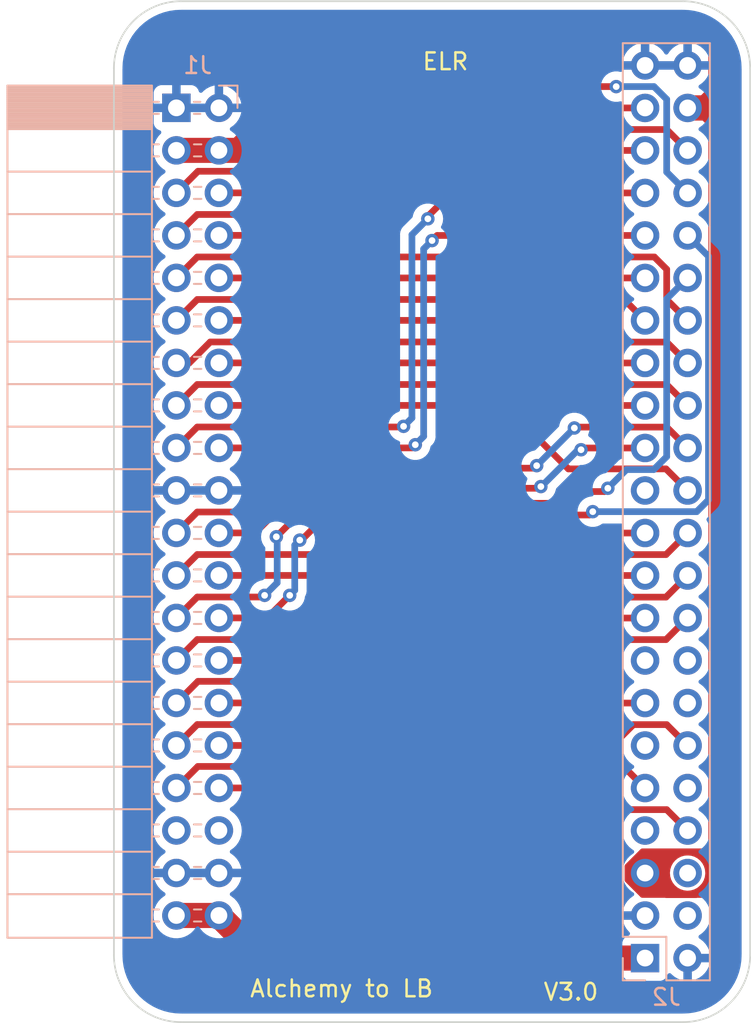
<source format=kicad_pcb>
(kicad_pcb (version 20211014) (generator pcbnew)
  (layers (0 "F.Cu" signal) (31 "B.Cu" signal) (34 "B.Paste" user) (35 "F.Paste" user) (36 "B.SilkS" user "B.Silkscreen") (37 "F.SilkS" user "F.Silkscreen") (38 "B.Mask" user) (39 "F.Mask" user) (44 "Edge.Cuts" user))
  (net 0 "")
  (net 1 "/I2C1_SDA")
  (net 2 "/I2C1_SCL")
  (net 3 "/I2C2_SDA")
  (net 4 "/I2C2_SCL")
  (net 5 "/ADC0")
  (net 6 "/ADC1")
  (net 7 "/ADC4")
  (net 8 "/ADC5")
  (net 9 "/ADC6")
  (net 10 "/ADC7")
  (net 11 "/ADC8")
  (net 12 "/ADC9")
  (net 13 "/GPIO0")
  (net 14 "/GPIO1")
  (net 15 "/GPIO2")
  (net 16 "/GPIO3")
  (net 26 "GND")
  (net 27 "+5V")
  (net 28 "/UART1_RX")
  (net 29 "/UART1_TX")
  (net 30 "/SPI1_MOSI")
  (net 31 "/SPI1_MISO")
  (net 32 "/SPI1_SCK")
  (net 33 "/SPI1_NCS")
  (net 34 "/SPI2_MOSI")
  (net 35 "/SPI2_MISO")
  (net 36 "/SPI2_SCK")
  (net 37 "/SPI2_NCS")
  (net 38 "/ADC2")
  (net 39 "/ADC3")
  (net 40 "/VM")
  (footprint "Connector_PinHeader_2.54mm:PinHeader_2x22_P2.54mm_Vertical" (layer "B.Cu") (at 163.725 126.175)
    (fp_text reference "J2" (at 1.27 2.33) (layer "B.SilkS") (effects (justify mirror)))
    (fp_text value "Conn_02x22_Odd_Even" hide)
    (fp_line (start 1.27 1.33) (end 3.87 1.33) (layer "B.SilkS") (width 0.12))
    (fp_line (start 1.27 -1.27) (end 1.27 1.33) (layer "B.SilkS") (width 0.12))
    (fp_line (start -1.33 -1.27) (end -1.33 -54.67) (layer "B.SilkS") (width 0.12))
    (fp_line (start -1.33 -1.27) (end 1.27 -1.27) (layer "B.SilkS") (width 0.12))
    (fp_line (start -1.33 1.33) (end 0 1.33) (layer "B.SilkS") (width 0.12))
    (fp_line (start 3.87 1.33) (end 3.87 -54.67) (layer "B.SilkS") (width 0.12))
    (fp_line (start -1.33 -54.67) (end 3.87 -54.67) (layer "B.SilkS") (width 0.12))
    (fp_line (start -1.33 0) (end -1.33 1.33) (layer "B.SilkS") (width 0.12))
    (pad "1" thru_hole rect locked (at 0 0) (size 1.7 1.7) (drill 1) (layers *.Cu *.Mask) (net 40 "/VM"))
    (pad "2" thru_hole oval locked (at 2.54 0) (size 1.7 1.7) (drill 1) (layers *.Cu *.Mask) (net 26 "GND"))
    (pad "3" thru_hole oval locked (at 0 -2.54) (size 1.7 1.7) (drill 1) (layers *.Cu *.Mask) (net 26 "GND"))
    (pad "4" thru_hole oval locked (at 2.54 -2.54) (size 1.7 1.7) (drill 1) (layers *.Cu *.Mask))
    (pad "5" thru_hole oval locked (at 0 -5.08) (size 1.7 1.7) (drill 1) (layers *.Cu *.Mask) (net 27 "+5V"))
    (pad "6" thru_hole oval locked (at 2.54 -5.08) (size 1.7 1.7) (drill 1) (layers *.Cu *.Mask))
    (pad "7" thru_hole oval locked (at 0 -7.62) (size 1.7 1.7) (drill 1) (layers *.Cu *.Mask))
    (pad "8" thru_hole oval locked (at 2.54 -7.62) (size 1.7 1.7) (drill 1) (layers *.Cu *.Mask) (net 16 "/GPIO3"))
    (pad "9" thru_hole oval locked (at 0 -10.16) (size 1.7 1.7) (drill 1) (layers *.Cu *.Mask) (net 15 "/GPIO2"))
    (pad "10" thru_hole oval locked (at 2.54 -10.16) (size 1.7 1.7) (drill 1) (layers *.Cu *.Mask))
    (pad "11" thru_hole oval locked (at 0 -12.7) (size 1.7 1.7) (drill 1) (layers *.Cu *.Mask))
    (pad "12" thru_hole oval locked (at 2.54 -12.7) (size 1.7 1.7) (drill 1) (layers *.Cu *.Mask) (net 14 "/GPIO1"))
    (pad "13" thru_hole oval locked (at 0 -15.24) (size 1.7 1.7) (drill 1) (layers *.Cu *.Mask) (net 13 "/GPIO0"))
    (pad "14" thru_hole oval locked (at 2.54 -15.24) (size 1.7 1.7) (drill 1) (layers *.Cu *.Mask))
    (pad "15" thru_hole oval locked (at 0 -17.78) (size 1.7 1.7) (drill 1) (layers *.Cu *.Mask))
    (pad "16" thru_hole oval locked (at 2.54 -17.78) (size 1.7 1.7) (drill 1) (layers *.Cu *.Mask))
    (pad "17" thru_hole oval locked (at 0 -20.32) (size 1.7 1.7) (drill 1) (layers *.Cu *.Mask) (net 11 "/ADC8"))
    (pad "18" thru_hole oval locked (at 2.54 -20.32) (size 1.7 1.7) (drill 1) (layers *.Cu *.Mask) (net 12 "/ADC9"))
    (pad "19" thru_hole oval locked (at 0 -22.86) (size 1.7 1.7) (drill 1) (layers *.Cu *.Mask) (net 9 "/ADC6"))
    (pad "20" thru_hole oval locked (at 2.54 -22.86) (size 1.7 1.7) (drill 1) (layers *.Cu *.Mask) (net 10 "/ADC7"))
    (pad "21" thru_hole oval locked (at 0 -25.4) (size 1.7 1.7) (drill 1) (layers *.Cu *.Mask) (net 38 "/ADC2"))
    (pad "22" thru_hole oval locked (at 2.54 -25.4) (size 1.7 1.7) (drill 1) (layers *.Cu *.Mask) (net 39 "/ADC3"))
    (pad "23" thru_hole oval locked (at 0 -27.94) (size 1.7 1.7) (drill 1) (layers *.Cu *.Mask))
    (pad "24" thru_hole oval locked (at 2.54 -27.94) (size 1.7 1.7) (drill 1) (layers *.Cu *.Mask) (net 37 "/SPI2_NCS"))
    (pad "25" thru_hole oval locked (at 0 -30.48) (size 1.7 1.7) (drill 1) (layers *.Cu *.Mask) (net 6 "/ADC1"))
    (pad "26" thru_hole oval locked (at 2.54 -30.48) (size 1.7 1.7) (drill 1) (layers *.Cu *.Mask) (net 5 "/ADC0"))
    (pad "27" thru_hole oval locked (at 0 -33.02) (size 1.7 1.7) (drill 1) (layers *.Cu *.Mask) (net 36 "/SPI2_SCK"))
    (pad "28" thru_hole oval locked (at 2.54 -33.02) (size 1.7 1.7) (drill 1) (layers *.Cu *.Mask) (net 35 "/SPI2_MISO"))
    (pad "29" thru_hole oval locked (at 0 -35.56) (size 1.7 1.7) (drill 1) (layers *.Cu *.Mask) (net 34 "/SPI2_MOSI"))
    (pad "30" thru_hole oval locked (at 2.54 -35.56) (size 1.7 1.7) (drill 1) (layers *.Cu *.Mask) (net 33 "/SPI1_NCS"))
    (pad "31" thru_hole oval locked (at 0 -38.1) (size 1.7 1.7) (drill 1) (layers *.Cu *.Mask) (net 32 "/SPI1_SCK"))
    (pad "32" thru_hole oval locked (at 2.54 -38.1) (size 1.7 1.7) (drill 1) (layers *.Cu *.Mask) (net 30 "/SPI1_MOSI"))
    (pad "33" thru_hole oval locked (at 0 -40.64) (size 1.7 1.7) (drill 1) (layers *.Cu *.Mask) (net 31 "/SPI1_MISO"))
    (pad "34" thru_hole oval locked (at 2.54 -40.64) (size 1.7 1.7) (drill 1) (layers *.Cu *.Mask) (net 7 "/ADC4"))
    (pad "35" thru_hole oval locked (at 0 -43.18) (size 1.7 1.7) (drill 1) (layers *.Cu *.Mask) (net 4 "/I2C2_SCL"))
    (pad "36" thru_hole oval locked (at 2.54 -43.18) (size 1.7 1.7) (drill 1) (layers *.Cu *.Mask) (net 8 "/ADC5"))
    (pad "37" thru_hole oval locked (at 0 -45.72) (size 1.7 1.7) (drill 1) (layers *.Cu *.Mask) (net 3 "/I2C2_SDA"))
    (pad "38" thru_hole oval locked (at 2.54 -45.72) (size 1.7 1.7) (drill 1) (layers *.Cu *.Mask) (net 1 "/I2C1_SDA"))
    (pad "39" thru_hole oval locked (at 0 -48.26) (size 1.7 1.7) (drill 1) (layers *.Cu *.Mask) (net 29 "/UART1_TX"))
    (pad "40" thru_hole oval locked (at 2.54 -48.26) (size 1.7 1.7) (drill 1) (layers *.Cu *.Mask) (net 28 "/UART1_RX"))
    (pad "41" thru_hole oval locked (at 0 -50.8) (size 1.7 1.7) (drill 1) (layers *.Cu *.Mask) (net 2 "/I2C1_SCL"))
    (pad "42" thru_hole oval locked (at 2.54 -50.8) (size 1.7 1.7) (drill 1) (layers *.Cu *.Mask) (net 27 "+5V"))
    (pad "43" thru_hole oval locked (at 0 -53.34) (size 1.7 1.7) (drill 1) (layers *.Cu *.Mask) (net 26 "GND"))
    (pad "44" thru_hole oval locked (at 2.54 -53.34) (size 1.7 1.7) (drill 1) (layers *.Cu *.Mask) (net 26 "GND"))
  )
  (footprint "pmod-conn_6x2:con_Alchemy_mirrored" (layer "B.Cu") (at 137 99.5 180)
    (fp_text reference "J1" (at 0 26.67 unlocked) (layer "B.SilkS") (effects (justify mirror)))
    (fp_text value "Conn_02x20_Odd_Even" hide)
    (fp_line (start 11.36 22.86) (end 2.73 22.86) (layer "B.SilkS") (width 0.12))
    (fp_line (start 2.73 -24.49) (end 2.32 -24.49) (layer "B.SilkS") (width 0.12))
    (fp_line (start 0.22 -13.61) (end -0.22 -13.61) (layer "B.SilkS") (width 0.12))
    (fp_line (start 11.36 10.16) (end 2.73 10.16) (layer "B.SilkS") (width 0.12))
    (fp_line (start 2.73 -16.87) (end 2.32 -16.87) (layer "B.SilkS") (width 0.12))
    (fp_line (start 0.22 1.63) (end -0.22 1.63) (layer "B.SilkS") (width 0.12))
    (fp_line (start 0.22 3.45) (end -0.22 3.45) (layer "B.SilkS") (width 0.12))
    (fp_line (start 11.36 24.277145) (end 2.73 24.277145) (layer "B.SilkS") (width 0.12))
    (fp_line (start 2.73 19.41) (end 2.32 19.41) (layer "B.SilkS") (width 0.12))
    (fp_line (start 0.22 21.95) (end -0.22 21.95) (layer "B.SilkS") (width 0.12))
    (fp_line (start 11.36 25.221905) (end 2.73 25.221905) (layer "B.SilkS") (width 0.12))
    (fp_line (start 2.73 -1.63) (end 2.32 -1.63) (layer "B.SilkS") (width 0.12))
    (fp_line (start 2.73 -4.17) (end 2.32 -4.17) (layer "B.SilkS") (width 0.12))
    (fp_line (start 2.73 -23.77) (end 2.32 -23.77) (layer "B.SilkS") (width 0.12))
    (fp_line (start 0.22 -21.95) (end -0.22 -21.95) (layer "B.SilkS") (width 0.12))
    (fp_line (start 0.22 -11.07) (end -0.22 -11.07) (layer "B.SilkS") (width 0.12))
    (fp_line (start 11.36 23.92286) (end 2.73 23.92286) (layer "B.SilkS") (width 0.12))
    (fp_line (start 2.73 25.46) (end 2.73 -25.46) (layer "B.SilkS") (width 0.12))
    (fp_line (start 0.22 18.69) (end -0.22 18.69) (layer "B.SilkS") (width 0.12))
    (fp_line (start 0.22 -21.23) (end -0.22 -21.23) (layer "B.SilkS") (width 0.12))
    (fp_line (start 11.36 2.54) (end 2.73 2.54) (layer "B.SilkS") (width 0.12))
    (fp_line (start 0.22 0.91) (end -0.22 0.91) (layer "B.SilkS") (width 0.12))
    (fp_line (start 2.73 23.77) (end 2.32 23.77) (layer "B.SilkS") (width 0.12))
    (fp_line (start -2.38 25.46) (end -2.38 24.13) (layer "B.SilkS") (width 0.12))
    (fp_line (start 11.36 15.24) (end 2.73 15.24) (layer "B.SilkS") (width 0.12))
    (fp_line (start 2.73 -11.07) (end 2.32 -11.07) (layer "B.SilkS") (width 0.12))
    (fp_line (start 2.73 -16.15) (end 2.32 -16.15) (layer "B.SilkS") (width 0.12))
    (fp_line (start 2.73 4.17) (end 2.32 4.17) (layer "B.SilkS") (width 0.12))
    (fp_line (start 2.73 16.87) (end 2.32 16.87) (layer "B.SilkS") (width 0.12))
    (fp_line (start 11.36 -12.7) (end 2.73 -12.7) (layer "B.SilkS") (width 0.12))
    (fp_line (start 11.36 -7.62) (end 2.73 -7.62) (layer "B.SilkS") (width 0.12))
    (fp_line (start 11.36 24.15905) (end 2.73 24.15905) (layer "B.SilkS") (width 0.12))
    (fp_line (start 0.22 -8.53) (end -0.22 -8.53) (layer "B.SilkS") (width 0.12))
    (fp_line (start 2.73 13.61) (end 2.32 13.61) (layer "B.SilkS") (width 0.12))
    (fp_line (start 11.36 25.46) (end 2.73 25.46) (layer "B.SilkS") (width 0.12))
    (fp_line (start 0.22 -5.99) (end -0.22 -5.99) (layer "B.SilkS") (width 0.12))
    (fp_line (start 2.73 -18.69) (end 2.32 -18.69) (layer "B.SilkS") (width 0.12))
    (fp_line (start 2.73 -8.53) (end 2.32 -8.53) (layer "B.SilkS") (width 0.12))
    (fp_line (start 0.22 -16.15) (end -0.22 -16.15) (layer "B.SilkS") (width 0.12))
    (fp_line (start 2.73 -6.71) (end 2.32 -6.71) (layer "B.SilkS") (width 0.12))
    (fp_line (start 11.36 24.86762) (end 2.73 24.86762) (layer "B.SilkS") (width 0.12))
    (fp_line (start 2.73 16.15) (end 2.32 16.15) (layer "B.SilkS") (width 0.12))
    (fp_line (start 0.22 14.33) (end -0.22 14.33) (layer "B.SilkS") (width 0.12))
    (fp_line (start 11.36 22.9781) (end 2.73 22.9781) (layer "B.SilkS") (width 0.12))
    (fp_line (start 2.73 9.25) (end 2.32 9.25) (layer "B.SilkS") (width 0.12))
    (fp_line (start 11.36 -17.78) (end 2.73 -17.78) (layer "B.SilkS") (width 0.12))
    (fp_line (start 11.36 23.096195) (end 2.73 23.096195) (layer "B.SilkS") (width 0.12))
    (fp_line (start 2.73 -14.33) (end 2.32 -14.33) (layer "B.SilkS") (width 0.12))
    (fp_line (start -1.27 25.46) (end -2.38 25.46) (layer "B.SilkS") (width 0.12))
    (fp_line (start 2.73 -0.91) (end 2.32 -0.91) (layer "B.SilkS") (width 0.12))
    (fp_line (start 2.73 -5.99) (end 2.32 -5.99) (layer "B.SilkS") (width 0.12))
    (fp_line (start 0.22 -19.41) (end -0.22 -19.41) (layer "B.SilkS") (width 0.12))
    (fp_line (start 2.73 18.69) (end 2.32 18.69) (layer "B.SilkS") (width 0.12))
    (fp_line (start 0.22 16.15) (end -0.22 16.15) (layer "B.SilkS") (width 0.12))
    (fp_line (start 11.36 23.332385) (end 2.73 23.332385) (layer "B.SilkS") (width 0.12))
    (fp_line (start 11.36 -22.86) (end 2.73 -22.86) (layer "B.SilkS") (width 0.12))
    (fp_line (start 2.73 5.99) (end 2.32 5.99) (layer "B.SilkS") (width 0.12))
    (fp_line (start 11.36 5.08) (end 2.73 5.08) (layer "B.SilkS") (width 0.12))
    (fp_line (start 2.73 -19.41) (end 2.32 -19.41) (layer "B.SilkS") (width 0.12))
    (fp_line (start 2.73 -11.79) (end 2.32 -11.79) (layer "B.SilkS") (width 0.12))
    (fp_line (start 0.22 -16.87) (end -0.22 -16.87) (layer "B.SilkS") (width 0.12))
    (fp_line (start 11.36 24.63143) (end 2.73 24.63143) (layer "B.SilkS") (width 0.12))
    (fp_line (start 11.36 -15.24) (end 2.73 -15.24) (layer "B.SilkS") (width 0.12))
    (fp_line (start 2.73 14.33) (end 2.32 14.33) (layer "B.SilkS") (width 0.12))
    (fp_line (start 2.73 21.23) (end 2.32 21.23) (layer "B.SilkS") (width 0.12))
    (fp_line (start 2.73 -9.25) (end 2.32 -9.25) (layer "B.SilkS") (width 0.12))
    (fp_line (start 0.22 4.17) (end -0.22 4.17) (layer "B.SilkS") (width 0.12))
    (fp_line (start 0.22 11.07) (end -0.22 11.07) (layer "B.SilkS") (width 0.12))
    (fp_line (start 11.36 7.62) (end 2.73 7.62) (layer "B.SilkS") (width 0.12))
    (fp_line (start 0.22 24.49) (end -0.16 24.49) (layer "B.SilkS") (width 0.12))
    (fp_line (start 0.22 9.25) (end -0.22 9.25) (layer "B.SilkS") (width 0.12))
    (fp_line (start 11.36 -5.08) (end 2.73 -5.08) (layer "B.SilkS") (width 0.12))
    (fp_line (start 11.36 12.7) (end 2.73 12.7) (layer "B.SilkS") (width 0.12))
    (fp_line (start 0.22 23.77) (end -0.16 23.77) (layer "B.SilkS") (width 0.12))
    (fp_line (start 11.36 17.78) (end 2.73 17.78) (layer "B.SilkS") (width 0.12))
    (fp_line (start 2.73 21.95) (end 2.32 21.95) (layer "B.SilkS") (width 0.12))
    (fp_line (start 11.36 25.46) (end 11.36 -25.46) (layer "B.SilkS") (width 0.12))
    (fp_line (start 11.36 -25.46) (end 2.73 -25.46) (layer "B.SilkS") (width 0.12))
    (fp_line (start 11.36 -10.16) (end 2.73 -10.16) (layer "B.SilkS") (width 0.12))
    (fp_line (start 11.36 25.10381) (end 2.73 25.10381) (layer "B.SilkS") (width 0.12))
    (fp_line (start 0.22 16.87) (end -0.22 16.87) (layer "B.SilkS") (width 0.12))
    (fp_line (start 2.73 0.91) (end 2.32 0.91) (layer "B.SilkS") (width 0.12))
    (fp_line (start 0.22 -6.71) (end -0.22 -6.71) (layer "B.SilkS") (width 0.12))
    (fp_line (start 0.22 5.99) (end -0.22 5.99) (layer "B.SilkS") (width 0.12))
    (fp_line (start 11.36 23.568575) (end 2.73 23.568575) (layer "B.SilkS") (width 0.12))
    (fp_line (start 11.36 -2.54) (end 2.73 -2.54) (layer "B.SilkS") (width 0.12))
    (fp_line (start 2.73 -13.61) (end 2.32 -13.61) (layer "B.SilkS") (width 0.12))
    (fp_line (start 0.22 21.23) (end -0.22 21.23) (layer "B.SilkS") (width 0.12))
    (fp_line (start 11.36 24.985715) (end 2.73 24.985715) (layer "B.SilkS") (width 0.12))
    (fp_line (start 11.36 0) (end 2.73 0) (layer "B.SilkS") (width 0.12))
    (fp_line (start 2.73 8.53) (end 2.32 8.53) (layer "B.SilkS") (width 0.12))
    (fp_line (start 11.36 23.21429) (end 2.73 23.21429) (layer "B.SilkS") (width 0.12))
    (fp_line (start 11.36 24.749525) (end 2.73 24.749525) (layer "B.SilkS") (width 0.12))
    (fp_line (start 2.73 1.63) (end 2.32 1.63) (layer "B.SilkS") (width 0.12))
    (fp_line (start 11.36 23.804765) (end 2.73 23.804765) (layer "B.SilkS") (width 0.12))
    (fp_line (start 11.36 24.513335) (end 2.73 24.513335) (layer "B.SilkS") (width 0.12))
    (fp_line (start 0.22 11.79) (end -0.22 11.79) (layer "B.SilkS") (width 0.12))
    (fp_line (start 2.73 3.45) (end 2.32 3.45) (layer "B.SilkS") (width 0.12))
    (fp_line (start 2.73 -21.95) (end 2.32 -21.95) (layer "B.SilkS") (width 0.12))
    (fp_line (start 0.22 -0.91) (end -0.22 -0.91) (layer "B.SilkS") (width 0.12))
    (fp_line (start 11.36 -20.32) (end 2.73 -20.32) (layer "B.SilkS") (width 0.12))
    (fp_line (start 0.22 -4.17) (end -0.22 -4.17) (layer "B.SilkS") (width 0.12))
    (fp_line (start 2.73 -21.23) (end 2.32 -21.23) (layer "B.SilkS") (width 0.12))
    (fp_line (start 0.22 19.41) (end -0.22 19.41) (layer "B.SilkS") (width 0.12))
    (fp_line (start 0.22 -3.45) (end -0.22 -3.45) (layer "B.SilkS") (width 0.12))
    (fp_line (start 11.36 23.68667) (end 2.73 23.68667) (layer "B.SilkS") (width 0.12))
    (fp_line (start 0.22 -1.63) (end -0.22 -1.63) (layer "B.SilkS") (width 0.12))
    (fp_line (start 2.73 6.71) (end 2.32 6.71) (layer "B.SilkS") (width 0.12))
    (fp_line (start 11.36 24.040955) (end 2.73 24.040955) (layer "B.SilkS") (width 0.12))
    (fp_line (start 0.22 8.53) (end -0.22 8.53) (layer "B.SilkS") (width 0.12))
    (fp_line (start 2.73 -3.45) (end 2.32 -3.45) (layer "B.SilkS") (width 0.12))
    (fp_line (start 0.22 -18.69) (end -0.22 -18.69) (layer "B.SilkS") (width 0.12))
    (fp_line (start 0.22 -9.25) (end -0.22 -9.25) (layer "B.SilkS") (width 0.12))
    (fp_line (start 11.36 25.34) (end 2.73 25.34) (layer "B.SilkS") (width 0.12))
    (fp_line (start 0.22 -14.33) (end -0.22 -14.33) (layer "B.SilkS") (width 0.12))
    (fp_line (start 2.73 11.07) (end 2.32 11.07) (layer "B.SilkS") (width 0.12))
    (fp_line (start 0.22 -23.77) (end -0.22 -23.77) (layer "B.SilkS") (width 0.12))
    (fp_line (start 2.73 24.49) (end 2.32 24.49) (layer "B.SilkS") (width 0.12))
    (fp_line (start 0.22 13.61) (end -0.22 13.61) (layer "B.SilkS") (width 0.12))
    (fp_line (start 11.36 24.39524) (end 2.73 24.39524) (layer "B.SilkS") (width 0.12))
    (fp_line (start 0.22 6.71) (end -0.22 6.71) (layer "B.SilkS") (width 0.12))
    (fp_line (start 0.22 -24.49) (end -0.22 -24.49) (layer "B.SilkS") (width 0.12))
    (fp_line (start 2.73 11.79) (end 2.32 11.79) (layer "B.SilkS") (width 0.12))
    (fp_line (start 11.36 20.32) (end 2.73 20.32) (layer "B.SilkS") (width 0.12))
    (fp_line (start 0.22 -11.79) (end -0.22 -11.79) (layer "B.SilkS") (width 0.12))
    (fp_line (start 11.36 23.45048) (end 2.73 23.45048) (layer "B.SilkS") (width 0.12))
    (pad "1" thru_hole rect locked (at 1.27 24.13 180) (size 1.7 1.7) (drill 1) (layers *.Cu *.Mask) (net 26 "GND"))
    (pad "2" thru_hole oval locked (at -1.27 24.13 180) (size 1.7 1.7) (drill 1) (layers *.Cu *.Mask) (net 26 "GND"))
    (pad "3" thru_hole oval locked (at 1.27 21.59 180) (size 1.7 1.7) (drill 1) (layers *.Cu *.Mask) (net 27 "+5V"))
    (pad "4" thru_hole oval locked (at -1.27 21.59 180) (size 1.7 1.7) (drill 1) (layers *.Cu *.Mask) (net 27 "+5V"))
    (pad "5" thru_hole oval locked (at 1.27 19.05 180) (size 1.7 1.7) (drill 1) (layers *.Cu *.Mask) (net 1 "/I2C1_SDA"))
    (pad "6" thru_hole oval locked (at -1.27 19.05 180) (size 1.7 1.7) (drill 1) (layers *.Cu *.Mask) (net 2 "/I2C1_SCL"))
    (pad "7" thru_hole oval locked (at 1.27 16.51 180) (size 1.7 1.7) (drill 1) (layers *.Cu *.Mask) (net 28 "/UART1_RX"))
    (pad "8" thru_hole oval locked (at -1.27 16.51 180) (size 1.7 1.7) (drill 1) (layers *.Cu *.Mask) (net 29 "/UART1_TX"))
    (pad "9" thru_hole oval locked (at 1.27 13.97 180) (size 1.7 1.7) (drill 1) (layers *.Cu *.Mask) (net 30 "/SPI1_MOSI"))
    (pad "10" thru_hole oval locked (at -1.27 13.97 180) (size 1.7 1.7) (drill 1) (layers *.Cu *.Mask) (net 31 "/SPI1_MISO"))
    (pad "11" thru_hole oval locked (at 1.27 11.43 180) (size 1.7 1.7) (drill 1) (layers *.Cu *.Mask) (net 32 "/SPI1_SCK"))
    (pad "12" thru_hole oval locked (at -1.27 11.43 180) (size 1.7 1.7) (drill 1) (layers *.Cu *.Mask) (net 33 "/SPI1_NCS"))
    (pad "13" thru_hole oval locked (at 1.27 8.89 180) (size 1.7 1.7) (drill 1) (layers *.Cu *.Mask) (net 34 "/SPI2_MOSI"))
    (pad "14" thru_hole oval locked (at -1.27 8.89 180) (size 1.7 1.7) (drill 1) (layers *.Cu *.Mask) (net 35 "/SPI2_MISO"))
    (pad "15" thru_hole oval locked (at 1.27 6.35 180) (size 1.7 1.7) (drill 1) (layers *.Cu *.Mask) (net 36 "/SPI2_SCK"))
    (pad "16" thru_hole oval locked (at -1.27 6.35 180) (size 1.7 1.7) (drill 1) (layers *.Cu *.Mask) (net 37 "/SPI2_NCS"))
    (pad "17" thru_hole oval locked (at 1.27 3.81 180) (size 1.7 1.7) (drill 1) (layers *.Cu *.Mask) (net 3 "/I2C2_SDA"))
    (pad "18" thru_hole oval locked (at -1.27 3.81 180) (size 1.7 1.7) (drill 1) (layers *.Cu *.Mask) (net 4 "/I2C2_SCL"))
    (pad "19" thru_hole oval locked (at 1.27 1.27 180) (size 1.7 1.7) (drill 1) (layers *.Cu *.Mask) (net 26 "GND"))
    (pad "20" thru_hole oval locked (at -1.27 1.27 180) (size 1.7 1.7) (drill 1) (layers *.Cu *.Mask) (net 26 "GND"))
    (pad "21" thru_hole oval locked (at 1.27 -1.27 180) (size 1.7 1.7) (drill 1) (layers *.Cu *.Mask) (net 5 "/ADC0"))
    (pad "22" thru_hole oval locked (at -1.27 -1.27 180) (size 1.7 1.7) (drill 1) (layers *.Cu *.Mask) (net 6 "/ADC1"))
    (pad "23" thru_hole oval locked (at 1.27 -3.81 180) (size 1.7 1.7) (drill 1) (layers *.Cu *.Mask) (net 38 "/ADC2"))
    (pad "24" thru_hole oval locked (at -1.27 -3.81 180) (size 1.7 1.7) (drill 1) (layers *.Cu *.Mask) (net 39 "/ADC3"))
    (pad "25" thru_hole oval locked (at 1.27 -6.35 180) (size 1.7 1.7) (drill 1) (layers *.Cu *.Mask) (net 7 "/ADC4"))
    (pad "26" thru_hole oval locked (at -1.27 -6.35 180) (size 1.7 1.7) (drill 1) (layers *.Cu *.Mask) (net 8 "/ADC5"))
    (pad "27" thru_hole oval locked (at 1.27 -8.89 180) (size 1.7 1.7) (drill 1) (layers *.Cu *.Mask) (net 9 "/ADC6"))
    (pad "28" thru_hole oval locked (at -1.27 -8.89 180) (size 1.7 1.7) (drill 1) (layers *.Cu *.Mask) (net 10 "/ADC7"))
    (pad "29" thru_hole oval locked (at 1.27 -11.43 180) (size 1.7 1.7) (drill 1) (layers *.Cu *.Mask) (net 11 "/ADC8"))
    (pad "30" thru_hole oval locked (at -1.27 -11.43 180) (size 1.7 1.7) (drill 1) (layers *.Cu *.Mask) (net 12 "/ADC9"))
    (pad "31" thru_hole oval locked (at 1.27 -13.97 180) (size 1.7 1.7) (drill 1) (layers *.Cu *.Mask) (net 13 "/GPIO0"))
    (pad "32" thru_hole oval locked (at -1.27 -13.97 180) (size 1.7 1.7) (drill 1) (layers *.Cu *.Mask) (net 14 "/GPIO1"))
    (pad "33" thru_hole oval locked (at 1.27 -16.51 180) (size 1.7 1.7) (drill 1) (layers *.Cu *.Mask) (net 15 "/GPIO2"))
    (pad "34" thru_hole oval locked (at -1.27 -16.51 180) (size 1.7 1.7) (drill 1) (layers *.Cu *.Mask) (net 16 "/GPIO3"))
    (pad "35" thru_hole oval locked (at 1.27 -19.05 180) (size 1.7 1.7) (drill 1) (layers *.Cu *.Mask))
    (pad "36" thru_hole oval locked (at -1.27 -19.05 180) (size 1.7 1.7) (drill 1) (layers *.Cu *.Mask))
    (pad "37" thru_hole oval locked (at 1.27 -21.59 180) (size 1.7 1.7) (drill 1) (layers *.Cu *.Mask) (net 26 "GND"))
    (pad "38" thru_hole oval locked (at -1.27 -21.59 180) (size 1.7 1.7) (drill 1) (layers *.Cu *.Mask) (net 26 "GND"))
    (pad "39" thru_hole oval locked (at 1.27 -24.13 180) (size 1.7 1.7) (drill 1) (layers *.Cu *.Mask) (net 40 "/VM"))
    (pad "40" thru_hole oval locked (at -1.27 -24.13 180) (size 1.7 1.7) (drill 1) (layers *.Cu *.Mask) (net 40 "/VM"))
  )
  (gr_arc locked (start 170 126) (mid 168.828427 128.828427) (end 166 130) (layer "Edge.Cuts") (width 0.1))
  (gr_arc locked (start 132 73) (mid 133.171573 70.171573) (end 136 69) (layer "Edge.Cuts") (width 0.1))
  (gr_line locked (start 170 73) (end 170 126) (layer "Edge.Cuts") (width 0.1))
  (gr_line locked (start 136 69) (end 166 69) (layer "Edge.Cuts") (width 0.1))
  (gr_line locked (start 136 130) (end 166 130) (layer "Edge.Cuts") (width 0.1))
  (gr_line locked (start 132 73) (end 132 126) (layer "Edge.Cuts") (width 0.1))
  (gr_arc locked (start 136 130) (mid 133.171573 128.828427) (end 132 126) (layer "Edge.Cuts") (width 0.1))
  (gr_arc locked (start 166 69) (mid 168.828427 70.171573) (end 170 73) (layer "Edge.Cuts") (width 0.1))
  (gr_text "ELR" (at 151.8 72.6) (layer "F.SilkS") (effects (font (size 1 1))))
  (gr_text "V3.0" (at 159.3 128.2) (layer "F.SilkS") (effects (font (size 1 1))))
  (gr_text "Alchemy to LB" (at 145.6 128) (layer "F.SilkS") (effects (font (size 1 1))))
  (segment (start 146.740489 79.159511) (end 151.8 74.1) (width 0.4) (layer "F.Cu") (net 1))
  (segment (start 162 74.1) (end 151.8 74.1) (width 0.4) (layer "F.Cu") (net 1))
  (segment (start 135.73 80.45) (end 137.020489 79.159511) (width 0.4) (layer "F.Cu") (net 1))
  (segment (start 137.020489 79.159511) (end 146.740489 79.159511) (width 0.4) (layer "F.Cu") (net 1))
  (via (at 162 74.1) (size 0.8) (drill 0.4) (layers "F.Cu" "B.Cu") (net 1))
  (segment (start 165.015489 74.857435) (end 164.258054 74.1) (width 0.4) (layer "B.Cu") (net 1))
  (segment (start 165.015489 79.205489) (end 165.015489 74.857435) (width 0.4) (layer "B.Cu") (net 1))
  (segment (start 166.265 80.455) (end 165.015489 79.205489) (width 0.4) (layer "B.Cu") (net 1))
  (segment (start 164.258054 74.1) (end 162 74.1) (width 0.4) (layer "B.Cu") (net 1))
  (segment (start 152.325 75.375) (end 163.725 75.375) (width 0.4) (layer "F.Cu") (net 2))
  (segment (start 147.25 80.45) (end 152.325 75.375) (width 0.4) (layer "F.Cu") (net 2))
  (segment (start 138.27 80.45) (end 147.25 80.45) (width 0.4) (layer "F.Cu") (net 2))
  (segment (start 152.145 80.455) (end 163.725 80.455) (width 0.4) (layer "F.Cu") (net 3))
  (segment (start 150.75 82) (end 150.75 81.85) (width 0.4) (layer "F.Cu") (net 3))
  (segment (start 150.75 81.85) (end 152.145 80.455) (width 0.4) (layer "F.Cu") (net 3))
  (segment (start 136.979511 94.440489) (end 149.259511 94.440489) (width 0.4) (layer "F.Cu") (net 3))
  (segment (start 149.259511 94.440489) (end 149.3 94.4) (width 0.4) (layer "F.Cu") (net 3))
  (segment (start 135.73 95.69) (end 136.979511 94.440489) (width 0.4) (layer "F.Cu") (net 3))
  (via (at 150.75 82) (size 0.8) (drill 0.4) (layers "F.Cu" "B.Cu") (net 3))
  (via (at 149.3 94.4) (size 0.8) (drill 0.4) (layers "F.Cu" "B.Cu") (net 3))
  (segment (start 149.8 82.95) (end 149.8 93.9) (width 0.4) (layer "B.Cu") (net 3))
  (segment (start 150.75 82) (end 149.8 82.95) (width 0.4) (layer "B.Cu") (net 3))
  (segment (start 149.8 93.9) (end 149.3 94.4) (width 0.4) (layer "B.Cu") (net 3))
  (segment (start 151 83.3) (end 151.305 82.995) (width 0.4) (layer "F.Cu") (net 4))
  (segment (start 150 95.5) (end 149.81 95.69) (width 0.4) (layer "F.Cu") (net 4))
  (segment (start 149.81 95.69) (end 138.27 95.69) (width 0.4) (layer "F.Cu") (net 4))
  (segment (start 151.305 82.995) (end 163.725 82.995) (width 0.4) (layer "F.Cu") (net 4))
  (via (at 150 95.5) (size 0.8) (drill 0.4) (layers "F.Cu" "B.Cu") (net 4))
  (via (at 151 83.3) (size 0.8) (drill 0.4) (layers "F.Cu" "B.Cu") (net 4))
  (segment (start 150.5 83.8) (end 151 83.3) (width 0.4) (layer "B.Cu") (net 4))
  (segment (start 150.5 95) (end 150.5 83.8) (width 0.4) (layer "B.Cu") (net 4))
  (segment (start 150 95.5) (end 150.5 95) (width 0.4) (layer "B.Cu") (net 4))
  (segment (start 136.979511 99.520489) (end 135.73 100.77) (width 0.4) (layer "F.Cu") (net 5))
  (segment (start 159.5 94.5) (end 159.554511 94.445489) (width 0.4) (layer "F.Cu") (net 5))
  (segment (start 142.5 96.9) (end 139.879511 99.520489) (width 0.4) (layer "F.Cu") (net 5))
  (segment (start 165.015489 94.445489) (end 166.265 95.695) (width 0.4) (layer "F.Cu") (net 5))
  (segment (start 159.554511 94.445489) (end 165.015489 94.445489) (width 0.4) (layer "F.Cu") (net 5))
  (segment (start 157.25 96.75) (end 157.1 96.9) (width 0.4) (layer "F.Cu") (net 5))
  (segment (start 139.879511 99.520489) (end 136.979511 99.520489) (width 0.4) (layer "F.Cu") (net 5))
  (segment (start 157.1 96.9) (end 142.5 96.9) (width 0.4) (layer "F.Cu") (net 5))
  (via (at 157.25 96.75) (size 0.8) (drill 0.4) (layers "F.Cu" "B.Cu") (net 5))
  (via (at 159.5 94.5) (size 0.8) (drill 0.4) (layers "F.Cu" "B.Cu") (net 5))
  (segment (start 157.25 96.75) (end 159.5 94.5) (width 0.4) (layer "B.Cu") (net 5))
  (segment (start 160.005 95.695) (end 163.725 95.695) (width 0.4) (layer "F.Cu") (net 6))
  (segment (start 157.4 98.1) (end 143.1 98.1) (width 0.4) (layer "F.Cu") (net 6))
  (segment (start 143.1 98.1) (end 140.43 100.77) (width 0.4) (layer "F.Cu") (net 6))
  (segment (start 140.43 100.77) (end 138.27 100.77) (width 0.4) (layer "F.Cu") (net 6))
  (segment (start 159.9 95.8) (end 160.005 95.695) (width 0.4) (layer "F.Cu") (net 6))
  (segment (start 157.5 98) (end 157.4 98.1) (width 0.4) (layer "F.Cu") (net 6))
  (via (at 157.5 98) (size 0.8) (drill 0.4) (layers "F.Cu" "B.Cu") (net 6))
  (via (at 159.9 95.8) (size 0.8) (drill 0.4) (layers "F.Cu" "B.Cu") (net 6))
  (segment (start 159.725 95.8) (end 159.9 95.8) (width 0.4) (layer "B.Cu") (net 6))
  (segment (start 157.525 98) (end 159.725 95.8) (width 0.4) (layer "B.Cu") (net 6))
  (segment (start 157.5 98) (end 157.525 98) (width 0.4) (layer "B.Cu") (net 6))
  (segment (start 136.979511 104.600489) (end 135.73 105.85) (width 0.4) (layer "F.Cu") (net 7))
  (segment (start 159.400489 98.299511) (end 158.7 99) (width 0.4) (layer "F.Cu") (net 7))
  (segment (start 141 104.5) (end 140.899511 104.600489) (width 0.4) (layer "F.Cu") (net 7))
  (segment (start 140.899511 104.600489) (end 136.979511 104.600489) (width 0.4) (layer "F.Cu") (net 7))
  (segment (start 143.7 99) (end 141.7 101) (width 0.4) (layer "F.Cu") (net 7))
  (segment (start 158.7 99) (end 143.7 99) (width 0.4) (layer "F.Cu") (net 7))
  (segment (start 161.300489 98.299511) (end 159.400489 98.299511) (width 0.4) (layer "F.Cu") (net 7))
  (segment (start 161.5 98.1) (end 161.300489 98.299511) (width 0.4) (layer "F.Cu") (net 7))
  (via (at 161.5 98.1) (size 0.8) (drill 0.4) (layers "F.Cu" "B.Cu") (net 7))
  (via (at 141.7 101) (size 0.8) (drill 0.4) (layers "F.Cu" "B.Cu") (net 7))
  (via (at 141 104.5) (size 0.8) (drill 0.4) (layers "F.Cu" "B.Cu") (net 7))
  (segment (start 141.75 103.75) (end 141.75 101.05) (width 0.4) (layer "B.Cu") (net 7))
  (segment (start 162.614511 96.985489) (end 161.5 98.1) (width 0.4) (layer "B.Cu") (net 7))
  (segment (start 165.015489 96.212565) (end 164.242565 96.985489) (width 0.4) (layer "B.Cu") (net 7))
  (segment (start 141.75 101.05) (end 141.7 101) (width 0.4) (layer "B.Cu") (net 7))
  (segment (start 164.242565 96.985489) (end 162.614511 96.985489) (width 0.4) (layer "B.Cu") (net 7))
  (segment (start 166.265 85.535) (end 165.015489 86.784511) (width 0.4) (layer "B.Cu") (net 7))
  (segment (start 165.015489 86.784511) (end 165.015489 96.212565) (width 0.4) (layer "B.Cu") (net 7))
  (segment (start 141 104.5) (end 141.75 103.75) (width 0.4) (layer "B.Cu") (net 7))
  (segment (start 144.7 99.7) (end 143.2 101.2) (width 0.4) (layer "F.Cu") (net 8))
  (segment (start 160.6 99.5) (end 160.4 99.7) (width 0.4) (layer "F.Cu") (net 8))
  (segment (start 143.2 101.2) (end 143.1 101.2) (width 0.4) (layer "F.Cu") (net 8))
  (segment (start 160.4 99.7) (end 144.7 99.7) (width 0.4) (layer "F.Cu") (net 8))
  (segment (start 142.5 104.5) (end 141.15 105.85) (width 0.4) (layer "F.Cu") (net 8))
  (segment (start 141.15 105.85) (end 138.27 105.85) (width 0.4) (layer "F.Cu") (net 8))
  (via (at 142.5 104.5) (size 0.8) (drill 0.4) (layers "F.Cu" "B.Cu") (net 8))
  (via (at 160.6 99.5) (size 0.8) (drill 0.4) (layers "F.Cu" "B.Cu") (net 8))
  (via (at 143.1 101.2) (size 0.8) (drill 0.4) (layers "F.Cu" "B.Cu") (net 8))
  (segment (start 166.808054 99.5) (end 167.514511 98.793543) (width 0.4) (layer "B.Cu") (net 8))
  (segment (start 167.514511 98.793543) (end 167.514511 84.244511) (width 0.4) (layer "B.Cu") (net 8))
  (segment (start 160.6 99.5) (end 166.808054 99.5) (width 0.4) (layer "B.Cu") (net 8))
  (segment (start 142.5 104.5) (end 142.8 104.2) (width 0.4) (layer "B.Cu") (net 8))
  (segment (start 167.514511 84.244511) (end 166.265 82.995) (width 0.4) (layer "B.Cu") (net 8))
  (segment (start 142.8 101.5) (end 143.1 101.2) (width 0.4) (layer "B.Cu") (net 8))
  (segment (start 142.8 104.2) (end 142.8 101.5) (width 0.4) (layer "B.Cu") (net 8))
  (segment (start 150.209511 107.140489) (end 154.035 103.315) (width 0.4) (layer "F.Cu") (net 9))
  (segment (start 135.73 108.39) (end 136.979511 107.140489) (width 0.4) (layer "F.Cu") (net 9))
  (segment (start 136.979511 107.140489) (end 150.209511 107.140489) (width 0.4) (layer "F.Cu") (net 9))
  (segment (start 154.035 103.315) (end 163.725 103.315) (width 0.4) (layer "F.Cu") (net 9))
  (segment (start 164.974511 104.605489) (end 166.265 103.315) (width 0.4) (layer "F.Cu") (net 10))
  (segment (start 154.294511 104.605489) (end 164.974511 104.605489) (width 0.4) (layer "F.Cu") (net 10))
  (segment (start 150.51 108.39) (end 154.294511 104.605489) (width 0.4) (layer "F.Cu") (net 10))
  (segment (start 138.27 108.39) (end 150.51 108.39) (width 0.4) (layer "F.Cu") (net 10))
  (segment (start 154.645 105.855) (end 163.725 105.855) (width 0.4) (layer "F.Cu") (net 11))
  (segment (start 150.860489 109.639511) (end 154.645 105.855) (width 0.4) (layer "F.Cu") (net 11))
  (segment (start 135.73 110.93) (end 137.020489 109.639511) (width 0.4) (layer "F.Cu") (net 11))
  (segment (start 137.020489 109.639511) (end 150.860489 109.639511) (width 0.4) (layer "F.Cu") (net 11))
  (segment (start 154.954511 107.145489) (end 164.974511 107.145489) (width 0.4) (layer "F.Cu") (net 12))
  (segment (start 151.17 110.93) (end 154.954511 107.145489) (width 0.4) (layer "F.Cu") (net 12))
  (segment (start 164.974511 107.145489) (end 166.265 105.855) (width 0.4) (layer "F.Cu") (net 12))
  (segment (start 138.27 110.93) (end 151.17 110.93) (width 0.4) (layer "F.Cu") (net 12))
  (segment (start 136.979511 112.220489) (end 161.029511 112.220489) (width 0.4) (layer "F.Cu") (net 13))
  (segment (start 135.73 113.47) (end 136.979511 112.220489) (width 0.4) (layer "F.Cu") (net 13))
  (segment (start 162.315 110.935) (end 163.725 110.935) (width 0.4) (layer "F.Cu") (net 13))
  (segment (start 161.029511 112.220489) (end 162.315 110.935) (width 0.4) (layer "F.Cu") (net 13))
  (segment (start 165.015489 112.225489) (end 166.265 113.475) (width 0.4) (layer "F.Cu") (net 14))
  (segment (start 161.78 113.47) (end 163.024511 112.225489) (width 0.4) (layer "F.Cu") (net 14))
  (segment (start 163.024511 112.225489) (end 165.015489 112.225489) (width 0.4) (layer "F.Cu") (net 14))
  (segment (start 138.27 113.47) (end 161.78 113.47) (width 0.4) (layer "F.Cu") (net 14))
  (segment (start 137.015489 114.724511) (end 135.73 116.01) (width 0.4) (layer "F.Cu") (net 15))
  (segment (start 137.015489 114.724511) (end 162.434511 114.724511) (width 0.4) (layer "F.Cu") (net 15))
  (segment (start 162.434511 114.724511) (end 163.725 116.015) (width 0.4) (layer "F.Cu") (net 15))
  (segment (start 160.01 116.01) (end 138.27 116.01) (width 0.4) (layer "F.Cu") (net 16))
  (segment (start 166.265 118.555) (end 165.015489 117.305489) (width 0.4) (layer "F.Cu") (net 16))
  (segment (start 165.015489 117.305489) (end 161.305489 117.305489) (width 0.4) (layer "F.Cu") (net 16))
  (segment (start 161.305489 117.305489) (end 160.01 116.01) (width 0.4) (layer "F.Cu") (net 16))
  (segment (start 168.052076 121.075) (end 166.741587 122.385489) (width 0.4) (layer "F.Cu") (net 27))
  (segment (start 168.25 74.5) (end 168.25 71.65) (width 1.5) (layer "F.Cu") (net 27))
  (segment (start 168.25 121.075) (end 168.25 76.157919) (width 1.5) (layer "F.Cu") (net 27))
  (segment (start 167.020489 119.845489) (end 164.974511 119.845489) (width 0.4) (layer "F.Cu") (net 27))
  (segment (start 139.472081 77.91) (end 138.27 77.91) (width 1.5) (layer "F.Cu") (net 27))
  (segment (start 167.467081 75.375) (end 166.265 75.375) (width 1.5) (layer "F.Cu") (net 27))
  (segment (start 168.25 76.157919) (end 167.467081 75.375) (width 1.5) (layer "F.Cu") (net 27))
  (segment (start 166.265 75.375) (end 167.375 75.375) (width 1.5) (layer "F.Cu") (net 27))
  (segment (start 165.015489 122.385489) (end 163.725 121.095) (width 0.4) (layer "F.Cu") (net 27))
  (segment (start 166.741587 122.385489) (end 165.015489 122.385489) (width 0.4) (layer "F.Cu") (net 27))
  (segment (start 164.974511 119.845489) (end 163.725 121.095) (width 0.4) (layer "F.Cu") (net 27))
  (segment (start 167.4 70.8) (end 146.582081 70.8) (width 1.5) (layer "F.Cu") (net 27))
  (segment (start 168.25 71.65) (end 167.4 70.8) (width 1.5) (layer "F.Cu") (net 27))
  (segment (start 168.25 121.075) (end 168.052076 121.075) (width 0.4) (layer "F.Cu") (net 27))
  (segment (start 168.25 121.075) (end 167.020489 119.845489) (width 0.4) (layer "F.Cu") (net 27))
  (segment (start 146.582081 70.8) (end 139.472081 77.91) (width 1.5) (layer "F.Cu") (net 27))
  (segment (start 167.375 75.375) (end 168.25 74.5) (width 1.5) (layer "F.Cu") (net 27))
  (segment (start 138.27 77.91) (end 135.73 77.91) (width 1.5) (layer "F.Cu") (net 27))
  (segment (start 165.015489 76.665489) (end 166.265 77.915) (width 0.4) (layer "F.Cu") (net 28))
  (segment (start 152.534511 76.665489) (end 165.015489 76.665489) (width 0.4) (layer "F.Cu") (net 28))
  (segment (start 136.979511 81.740489) (end 147.459511 81.740489) (width 0.4) (layer "F.Cu") (net 28))
  (segment (start 135.73 82.99) (end 136.979511 81.740489) (width 0.4) (layer "F.Cu") (net 28))
  (segment (start 147.459511 81.740489) (end 152.534511 76.665489) (width 0.4) (layer "F.Cu") (net 28))
  (segment (start 147.59 82.99) (end 138.27 82.99) (width 0.4) (layer "F.Cu") (net 29))
  (segment (start 147.6 83) (end 147.59 82.99) (width 0.4) (layer "F.Cu") (net 29))
  (segment (start 152.685 77.915) (end 147.6 83) (width 0.4) (layer "F.Cu") (net 29))
  (segment (start 163.725 77.915) (end 152.685 77.915) (width 0.4) (layer "F.Cu") (net 29))
  (segment (start 165.015489 86.825489) (end 166.265 88.075) (width 0.4) (layer "F.Cu") (net 30))
  (segment (start 136.979511 84.280489) (end 164.278543 84.280489) (width 0.4) (layer "F.Cu") (net 30))
  (segment (start 164.278543 84.280489) (end 165.015489 85.017435) (width 0.4) (layer "F.Cu") (net 30))
  (segment (start 165.015489 85.017435) (end 165.015489 86.825489) (width 0.4) (layer "F.Cu") (net 30))
  (segment (start 135.73 85.53) (end 136.979511 84.280489) (width 0.4) (layer "F.Cu") (net 30))
  (segment (start 138.275 85.535) (end 138.27 85.53) (width 0.4) (layer "F.Cu") (net 31))
  (segment (start 163.725 85.535) (end 138.275 85.535) (width 0.4) (layer "F.Cu") (net 31))
  (segment (start 136.979511 86.820489) (end 162.470489 86.820489) (width 0.4) (layer "F.Cu") (net 32))
  (segment (start 162.470489 86.820489) (end 163.725 88.075) (width 0.4) (layer "F.Cu") (net 32))
  (segment (start 135.73 88.07) (end 136.979511 86.820489) (width 0.4) (layer "F.Cu") (net 32))
  (segment (start 165.015489 89.365489) (end 162.065489 89.365489) (width 0.4) (layer "F.Cu") (net 33))
  (segment (start 166.265 90.615) (end 165.015489 89.365489) (width 0.4) (layer "F.Cu") (net 33))
  (segment (start 160.77 88.07) (end 138.27 88.07) (width 0.4) (layer "F.Cu") (net 33))
  (segment (start 162.065489 89.365489) (end 160.77 88.07) (width 0.4) (layer "F.Cu") (net 33))
  (segment (start 136.502924 90.61) (end 137.752435 89.360489) (width 0.4) (layer "F.Cu") (net 34))
  (segment (start 160.160489 89.360489) (end 161.415 90.615) (width 0.4) (layer "F.Cu") (net 34))
  (segment (start 161.415 90.615) (end 163.725 90.615) (width 0.4) (layer "F.Cu") (net 34))
  (segment (start 137.752435 89.360489) (end 160.160489 89.360489) (width 0.4) (layer "F.Cu") (net 34))
  (segment (start 135.73 90.61) (end 136.502924 90.61) (width 0.4) (layer "F.Cu") (net 34))
  (segment (start 160.705489 91.905489) (end 159.41 90.61) (width 0.4) (layer "F.Cu") (net 35))
  (segment (start 159.41 90.61) (end 138.27 90.61) (width 0.4) (layer "F.Cu") (net 35))
  (segment (start 166.265 93.155) (end 165.015489 91.905489) (width 0.4) (layer "F.Cu") (net 35))
  (segment (start 165.015489 91.905489) (end 160.705489 91.905489) (width 0.4) (layer "F.Cu") (net 35))
  (segment (start 136.979511 91.900489) (end 135.73 93.15) (width 0.4) (layer "F.Cu") (net 36))
  (segment (start 158.700489 91.900489) (end 136.979511 91.900489) (width 0.4) (layer "F.Cu") (net 36))
  (segment (start 159.955 93.155) (end 158.700489 91.900489) (width 0.4) (layer "F.Cu") (net 36))
  (segment (start 163.725 93.155) (end 159.955 93.155) (width 0.4) (layer "F.Cu") (net 36))
  (segment (start 159.144511 96.944511) (end 164.974511 96.944511) (width 0.4) (layer "F.Cu") (net 37))
  (segment (start 164.974511 96.944511) (end 166.265 98.235) (width 0.4) (layer "F.Cu") (net 37))
  (segment (start 138.27 93.15) (end 155.35 93.15) (width 0.4) (layer "F.Cu") (net 37))
  (segment (start 155.35 93.15) (end 159.144511 96.944511) (width 0.4) (layer "F.Cu") (net 37))
  (segment (start 152.239511 102.060489) (end 153.525 100.775) (width 0.4) (layer "F.Cu") (net 38))
  (segment (start 135.73 103.31) (end 136.979511 102.060489) (width 0.4) (layer "F.Cu") (net 38))
  (segment (start 153.525 100.775) (end 163.725 100.775) (width 0.4) (layer "F.Cu") (net 38))
  (segment (start 136.979511 102.060489) (end 152.239511 102.060489) (width 0.4) (layer "F.Cu") (net 38))
  (segment (start 152.44 103.31) (end 153.684511 102.065489) (width 0.4) (layer "F.Cu") (net 39))
  (segment (start 138.27 103.31) (end 152.44 103.31) (width 0.4) (layer "F.Cu") (net 39))
  (segment (start 164.974511 102.065489) (end 166.265 100.775) (width 0.4) (layer "F.Cu") (net 39))
  (segment (start 153.684511 102.065489) (end 164.974511 102.065489) (width 0.4) (layer "F.Cu") (net 39))
  (segment (start 163.725 126.175) (end 140.815 126.175) (width 1.5) (layer "F.Cu") (net 40))
  (segment (start 140.815 126.175) (end 138.27 123.63) (width 1.5) (layer "F.Cu") (net 40))
  (segment (start 135.73 123.63) (end 138.27 123.63) (width 1.5) (layer "F.Cu") (net 40))
  (zone (net 27) (net_name "+5V") (layer "F.Cu") (connect_pads yes (clearance 0.2)) (min_thickness 0.254) (fill yes (thermal_gap 0.3) (thermal_bridge_width 0.4))
    (polygon (pts (xy 169 122.575) (xy 163.5 122.575) (xy 162.5 121.575) (xy 162.5 120.625) (xy 163.5 119.625) (xy 169 119.625)))
  )
  (zone (net 26) (net_name "GND") (layer "B.Cu") (connect_pads (clearance 0.508)) (min_thickness 0.254) (fill yes (thermal_gap 0.508) (thermal_bridge_width 0.508))
    (polygon (pts (xy 170 130) (xy 132 130) (xy 132 69) (xy 170 69)))
  )
)
</source>
